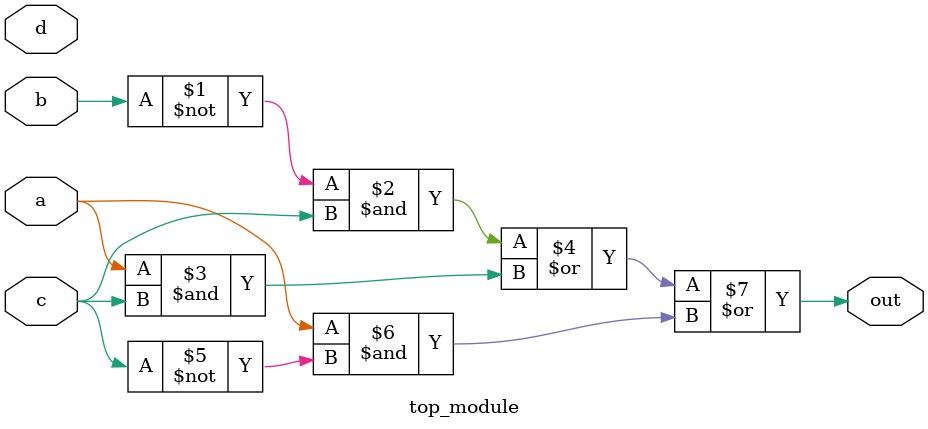
<source format=v>
module top_module(
    input a,
    input b,
    input c,
    input d,
    output out  ); 

    assign out = ((~b)&c) | (a&c) | (a&(~c));

endmodule

</source>
